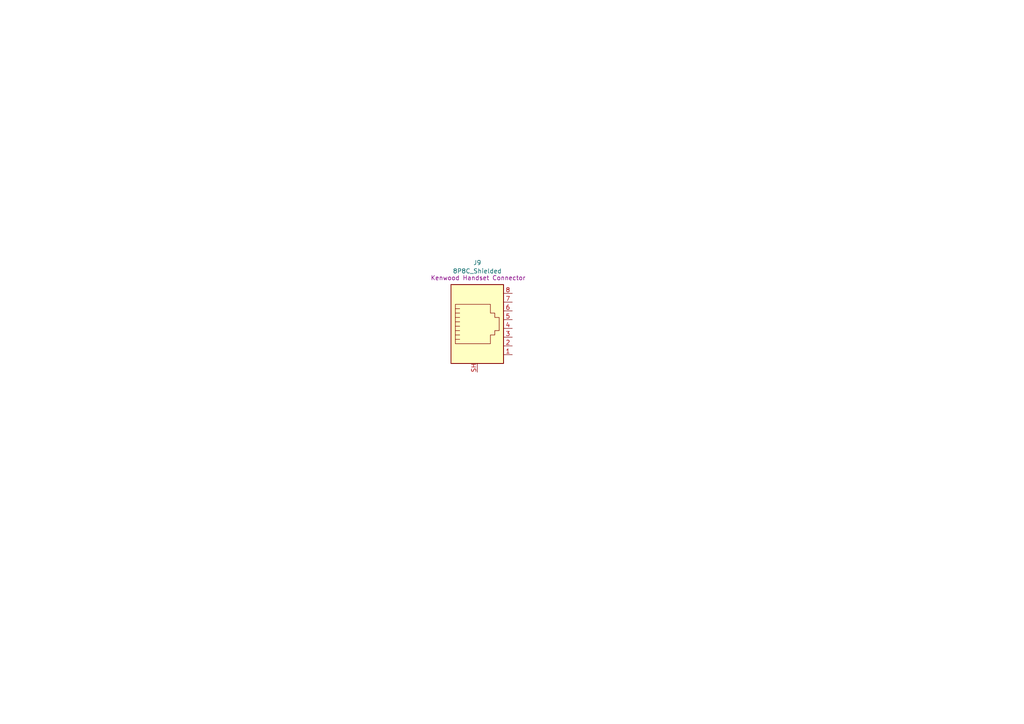
<source format=kicad_sch>
(kicad_sch (version 20250114) (generator "eeschema") (generator_version "9.0")
  (paper "A4")
  (lib_symbols
    (symbol "Connector:8P8C_Shielded" (pin_names (offset 1.016))
      (property "Reference" "J" (at -5.08 13.97 0))
      (property "Value" "8P8C_Shielded" (at 2.54 13.97 0))
      (symbol "8P8C_Shielded_0_1"
        (polyline (pts (xy -6.35 1.905) (xy -5.08 1.905) (xy -5.08 1.905)))
        (polyline (pts (xy -6.35 0.635) (xy -5.08 0.635) (xy -5.08 0.635)))
        (polyline (pts (xy -6.35 -0.635) (xy -5.08 -0.635) (xy -5.08 -0.635)))
        (polyline (pts (xy -6.35 -1.905) (xy -5.08 -1.905) (xy -5.08 -1.905)))
        (polyline (pts (xy -6.35 -3.175) (xy -5.08 -3.175) (xy -5.08 -3.175)))
        (polyline (pts (xy -6.35 -4.445) (xy -6.35 6.985) (xy 3.81 6.985) (xy 3.81 4.445) (xy 5.08 4.445) (xy 5.08 3.175) (xy 6.35 3.175) (xy 6.35 -0.635) (xy 5.08 -0.635) (xy 5.08 -1.905) (xy 3.81 -1.905) (xy 3.81 -4.445) (xy -6.35 -4.445) (xy -6.35 -4.445)))
        (polyline (pts (xy -5.08 5.715) (xy -6.35 5.715)))
        (polyline (pts (xy -5.08 4.445) (xy -6.35 4.445)))
        (polyline (pts (xy -5.08 3.175) (xy -6.35 3.175) (xy -6.35 3.175)))
        (rectangle (start 7.62 12.7) (end -7.62 -10.16) (stroke (width 0.254)) (fill (type background)))
      )
      (symbol "8P8C_Shielded_1_1"
        (pin passive line (at 0 -12.7 90) (length 2.54) (name "~") (number "SH"))
        (pin passive line (at 10.16 10.16 180) (length 2.54) (name "~") (number "8"))
        (pin passive line (at 10.16 7.62 180) (length 2.54) (name "~") (number "7"))
        (pin passive line (at 10.16 5.08 180) (length 2.54) (name "~") (number "6"))
        (pin passive line (at 10.16 2.54 180) (length 2.54) (name "~") (number "5"))
        (pin passive line (at 10.16 0 180) (length 2.54) (name "~") (number "4"))
        (pin passive line (at 10.16 -2.54 180) (length 2.54) (name "~") (number "3"))
        (pin passive line (at 10.16 -5.08 180) (length 2.54) (name "~") (number "2"))
        (pin passive line (at 10.16 -7.62 180) (length 2.54) (name "~") (number "1"))
      )
    )
  )
  (symbol (lib_id "Connector:8P8C_Shielded") (at 138.43 95.25 0) (unit 1)
    (property "Reference" "J3" (at 138.43 76.2 0))
    (property "Value" "8P8C_Shielded" (at 138.43 78.6243 0))
    (property "Description" "RJ connector, 8P8C (8 positions 8 connected), RJ31/RJ32/RJ33/RJ34/RJ35/RJ41/RJ45/RJ49/RJ61, Shielded" (effects (hide yes)))
    (property "Name" "Kenwood Handset Connector" (at 138.684 80.5985 0))
    (instances (project "PilotAudioPanel" (path "" (reference "J9") (unit 1)) (path "" (reference "J3") (unit 1))))
  )
)
</source>
